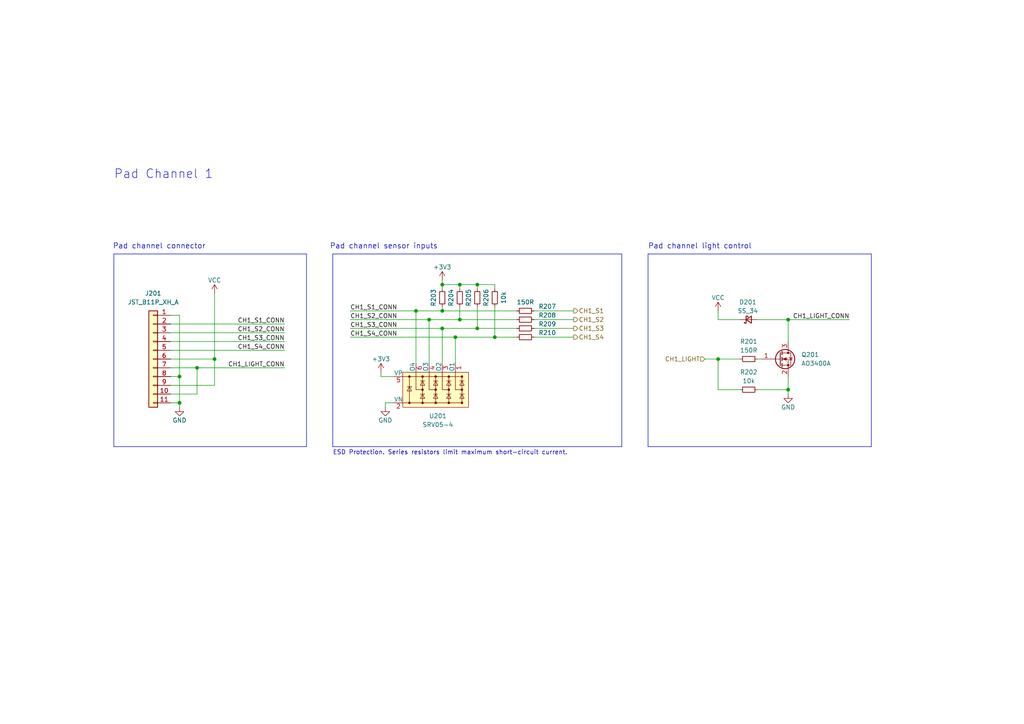
<source format=kicad_sch>
(kicad_sch (version 20221110) (generator eeschema)
  (paper "A4")
  (lib_symbols
    (symbol "Connector_Generic:Conn_01x11" (pin_names (offset 1.016) hide)
      (property "Reference" "J" (at 0 15.24 0))
      (property "Value" "Conn_01x11" (at 0 -15.24 0))
      (symbol "Conn_01x11_1_1"
        (rectangle (start -1.27 -12.573) (end 0 -12.827) (stroke (width 0.1524)))
        (rectangle (start -1.27 -10.033) (end 0 -10.287) (stroke (width 0.1524)))
        (rectangle (start -1.27 -7.493) (end 0 -7.747) (stroke (width 0.1524)))
        (rectangle (start -1.27 -4.953) (end 0 -5.207) (stroke (width 0.1524)))
        (rectangle (start -1.27 -2.413) (end 0 -2.667) (stroke (width 0.1524)))
        (rectangle (start -1.27 0.127) (end 0 -0.127) (stroke (width 0.1524)))
        (rectangle (start -1.27 2.667) (end 0 2.413) (stroke (width 0.1524)))
        (rectangle (start -1.27 5.207) (end 0 4.953) (stroke (width 0.1524)))
        (rectangle (start -1.27 7.747) (end 0 7.493) (stroke (width 0.1524)))
        (rectangle (start -1.27 10.287) (end 0 10.033) (stroke (width 0.1524)))
        (rectangle (start -1.27 12.827) (end 0 12.573) (stroke (width 0.1524)))
        (rectangle (start -1.27 13.97) (end 1.27 -13.97) (stroke (width 0.254)) (fill (type background)))
        (pin passive line (at -5.08 12.7 0) (length 3.81) (name "Pin_1") (number "1"))
        (pin passive line (at -5.08 -10.16 0) (length 3.81) (name "Pin_10") (number "10"))
        (pin passive line (at -5.08 -12.7 0) (length 3.81) (name "Pin_11") (number "11"))
        (pin passive line (at -5.08 10.16 0) (length 3.81) (name "Pin_2") (number "2"))
        (pin passive line (at -5.08 7.62 0) (length 3.81) (name "Pin_3") (number "3"))
        (pin passive line (at -5.08 5.08 0) (length 3.81) (name "Pin_4") (number "4"))
        (pin passive line (at -5.08 2.54 0) (length 3.81) (name "Pin_5") (number "5"))
        (pin passive line (at -5.08 0 0) (length 3.81) (name "Pin_6") (number "6"))
        (pin passive line (at -5.08 -2.54 0) (length 3.81) (name "Pin_7") (number "7"))
        (pin passive line (at -5.08 -5.08 0) (length 3.81) (name "Pin_8") (number "8"))
        (pin passive line (at -5.08 -7.62 0) (length 3.81) (name "Pin_9") (number "9"))
      )
    )
    (symbol "Device:D_Schottky_Small" (pin_numbers hide) (pin_names (offset 0.254) hide)
      (property "Reference" "D" (at -1.27 2.032 0))
      (property "Value" "D_Schottky_Small" (at -7.112 -2.032 0))
      (symbol "D_Schottky_Small_0_1"
        (polyline (pts (xy -0.762 0) (xy 0.762 0)))
        (polyline (pts (xy 0.762 -1.016) (xy -0.762 0) (xy 0.762 1.016) (xy 0.762 -1.016)) (stroke (width 0.254)))
        (polyline (pts (xy -1.27 0.762) (xy -1.27 1.016) (xy -0.762 1.016) (xy -0.762 -1.016) (xy -0.254 -1.016) (xy -0.254 -0.762)) (stroke (width 0.254)))
      )
      (symbol "D_Schottky_Small_1_1"
        (pin passive line (at -2.54 0 0) (length 1.778) (name "K") (number "1"))
        (pin passive line (at 2.54 0 180) (length 1.778) (name "A") (number "2"))
      )
    )
    (symbol "Device:R_Small" (pin_numbers hide) (pin_names (offset 0.254) hide)
      (property "Reference" "R" (at 0.762 0.508 0))
      (property "Value" "R_Small" (at 0.762 -1.016 0))
      (symbol "R_Small_0_1"
        (rectangle (start -0.762 1.778) (end 0.762 -1.778) (stroke (width 0.2032)))
      )
      (symbol "R_Small_1_1"
        (pin passive line (at 0 2.54 270) (length 0.762) (name "~") (number "1"))
        (pin passive line (at 0 -2.54 90) (length 0.762) (name "~") (number "2"))
      )
    )
    (symbol "ProjectLibrary:SRV05-4" (pin_names (offset 0))
      (property "Reference" "U" (at -7.62 -6.985 0))
      (property "Value" "SRV05-4" (at 0 -6.985 0))
      (symbol "SRV05-4_0_0"
        (polyline (pts (xy -6.985 -3.81) (xy -6.985 3.81)))
        (polyline (pts (xy -3.175 -3.81) (xy -3.175 3.81)))
        (polyline (pts (xy 0.635 -3.81) (xy 0.635 3.81)))
        (polyline (pts (xy 4.445 -3.81) (xy 4.445 3.81)))
      )
      (symbol "SRV05-4_0_1"
        (rectangle (start -8.89 5.08) (end 10.16 -5.08) (fill (type background)))
        (circle (center -6.985 -3.81) (radius 0.2794) (fill (type outline)))
        (circle (center -6.985 0) (radius 0.2794) (fill (type outline)))
        (circle (center -6.985 3.81) (radius 0.2794) (fill (type outline)))
        (circle (center -3.175 -3.81) (radius 0.2794) (fill (type outline)))
        (circle (center -3.175 0) (radius 0.2794) (fill (type outline)))
        (circle (center -3.175 3.81) (radius 0.2794) (fill (type outline)))
        (polyline (pts (xy -6.35 -1.27) (xy -7.62 -1.27)))
        (polyline (pts (xy -6.35 2.54) (xy -7.62 2.54)))
        (polyline (pts (xy -2.54 -1.27) (xy -3.81 -1.27)))
        (polyline (pts (xy -2.54 2.54) (xy -3.81 2.54)))
        (polyline (pts (xy 1.27 -1.27) (xy 0 -1.27)))
        (polyline (pts (xy 1.27 2.54) (xy 0 2.54)))
        (polyline (pts (xy 5.08 -1.27) (xy 3.81 -1.27)))
        (polyline (pts (xy 5.08 2.54) (xy 3.81 2.54)))
        (polyline (pts (xy 8.255 3.81) (xy 8.255 -3.81)))
        (polyline (pts (xy 10.16 -3.81) (xy -6.985 -3.81)))
        (polyline (pts (xy 10.16 3.81) (xy -6.985 3.81)))
        (polyline (pts (xy -6.985 0) (xy -5.08 0) (xy -5.08 5.08)))
        (polyline (pts (xy -3.175 0) (xy -1.27 0) (xy -1.27 5.08)))
        (polyline (pts (xy 0.635 0) (xy 2.54 0) (xy 2.54 5.08)))
        (polyline (pts (xy 4.445 0) (xy 6.35 0) (xy 6.35 5.08)))
        (polyline (pts (xy 8.89 0.889) (xy 7.62 0.889) (xy 7.62 0.635)))
        (polyline (pts (xy -6.35 -2.54) (xy -7.62 -2.54) (xy -6.985 -1.27) (xy -6.35 -2.54)))
        (polyline (pts (xy -6.35 1.27) (xy -7.62 1.27) (xy -6.985 2.54) (xy -6.35 1.27)))
        (polyline (pts (xy -2.54 -2.54) (xy -3.81 -2.54) (xy -3.175 -1.27) (xy -2.54 -2.54)))
        (polyline (pts (xy -2.54 1.27) (xy -3.81 1.27) (xy -3.175 2.54) (xy -2.54 1.27)))
        (polyline (pts (xy 1.27 -2.54) (xy 0 -2.54) (xy 0.635 -1.27) (xy 1.27 -2.54)))
        (polyline (pts (xy 1.27 1.27) (xy 0 1.27) (xy 0.635 2.54) (xy 1.27 1.27)))
        (polyline (pts (xy 5.08 -2.54) (xy 3.81 -2.54) (xy 4.445 -1.27) (xy 5.08 -2.54)))
        (polyline (pts (xy 5.08 1.27) (xy 3.81 1.27) (xy 4.445 2.54) (xy 5.08 1.27)))
        (polyline (pts (xy 8.89 -0.381) (xy 7.62 -0.381) (xy 8.255 0.889) (xy 8.89 -0.381)))
        (circle (center 0.635 -3.81) (radius 0.2794) (fill (type outline)))
        (circle (center 0.635 0) (radius 0.2794) (fill (type outline)))
        (circle (center 0.635 3.81) (radius 0.2794) (fill (type outline)))
        (circle (center 4.445 -3.81) (radius 0.2794) (fill (type outline)))
        (circle (center 4.445 0) (radius 0.2794) (fill (type outline)))
        (circle (center 4.445 3.81) (radius 0.2794) (fill (type outline)))
        (circle (center 8.255 -3.81) (radius 0.2794) (fill (type outline)))
        (circle (center 8.255 3.81) (radius 0.2794) (fill (type outline)))
      )
      (symbol "SRV05-4_1_1"
        (pin passive line (at -5.08 7.62 270) (length 2.54) (name "IO1") (number "1"))
        (pin passive line (at 12.7 -3.81 180) (length 2.54) (name "VN") (number "2"))
        (pin passive line (at -1.27 7.62 270) (length 2.54) (name "IO2") (number "3"))
        (pin passive line (at 2.54 7.62 270) (length 2.54) (name "IO3") (number "4"))
        (pin passive line (at 12.7 3.81 180) (length 2.54) (name "VP") (number "5"))
        (pin passive line (at 6.35 7.62 270) (length 2.54) (name "IO4") (number "6"))
      )
    )
    (symbol "Transistor_FET:AO3400A" (pin_names hide)
      (property "Reference" "Q" (at 5.08 1.905 0))
      (property "Value" "AO3400A" (at 5.08 0 0))
      (symbol "AO3400A_0_1"
        (polyline (pts (xy 0.254 0) (xy -2.54 0)))
        (polyline (pts (xy 0.254 1.905) (xy 0.254 -1.905)) (stroke (width 0.254)))
        (polyline (pts (xy 0.762 -1.27) (xy 0.762 -2.286)) (stroke (width 0.254)))
        (polyline (pts (xy 0.762 0.508) (xy 0.762 -0.508)) (stroke (width 0.254)))
        (polyline (pts (xy 0.762 2.286) (xy 0.762 1.27)) (stroke (width 0.254)))
        (polyline (pts (xy 2.54 2.54) (xy 2.54 1.778)))
        (polyline (pts (xy 2.54 -2.54) (xy 2.54 0) (xy 0.762 0)))
        (polyline (pts (xy 0.762 -1.778) (xy 3.302 -1.778) (xy 3.302 1.778) (xy 0.762 1.778)))
        (polyline (pts (xy 1.016 0) (xy 2.032 0.381) (xy 2.032 -0.381) (xy 1.016 0)) (fill (type outline)))
        (polyline (pts (xy 2.794 0.508) (xy 2.921 0.381) (xy 3.683 0.381) (xy 3.81 0.254)))
        (polyline (pts (xy 3.302 0.381) (xy 2.921 -0.254) (xy 3.683 -0.254) (xy 3.302 0.381)))
        (circle (center 1.651 0) (radius 2.794) (stroke (width 0.254)))
        (circle (center 2.54 -1.778) (radius 0.254) (fill (type outline)))
        (circle (center 2.54 1.778) (radius 0.254) (fill (type outline)))
      )
      (symbol "AO3400A_1_1"
        (pin input line (at -5.08 0 0) (length 2.54) (name "G") (number "1"))
        (pin passive line (at 2.54 -5.08 90) (length 2.54) (name "S") (number "2"))
        (pin passive line (at 2.54 5.08 270) (length 2.54) (name "D") (number "3"))
      )
    )
    (symbol "power:+3V3" (power) (pin_names (offset 0))
      (property "Value" "+3V3" (at 0 3.556 0))
      (symbol "+3V3_0_1"
        (polyline (pts (xy -0.762 1.27) (xy 0 2.54)))
        (polyline (pts (xy 0 0) (xy 0 2.54)))
        (polyline (pts (xy 0 2.54) (xy 0.762 1.27)))
      )
      (symbol "+3V3_1_1"
        (pin power_in line (at 0 0 90) (length 0) hide (name "+3V3") (number "1"))
      )
    )
    (symbol "power:GND" (power) (pin_names (offset 0))
      (property "Value" "GND" (at 0 -3.81 0))
      (symbol "GND_0_1"
        (polyline (pts (xy 0 0) (xy 0 -1.27) (xy 1.27 -1.27) (xy 0 -2.54) (xy -1.27 -1.27) (xy 0 -1.27)))
      )
      (symbol "GND_1_1"
        (pin power_in line (at 0 0 270) (length 0) hide (name "GND") (number "1"))
      )
    )
    (symbol "power:VCC" (power) (pin_names (offset 0))
      (property "Value" "VCC" (at 0 3.81 0))
      (symbol "VCC_0_1"
        (polyline (pts (xy -0.762 1.27) (xy 0 2.54)))
        (polyline (pts (xy 0 0) (xy 0 2.54)))
        (polyline (pts (xy 0 2.54) (xy 0.762 1.27)))
      )
      (symbol "VCC_1_1"
        (pin power_in line (at 0 0 90) (length 0) hide (name "VCC") (number "1"))
      )
    )
  )
  (junction (at 120.65 90.17))
  (junction (at 128.27 90.17))
  (junction (at 138.43 82.55))
  (junction (at 133.35 82.55))
  (junction (at 132.08 97.79))
  (junction (at 128.27 95.25))
  (junction (at 128.27 82.55))
  (junction (at 138.43 95.25))
  (junction (at 208.28 104.14))
  (junction (at 52.07 109.22))
  (junction (at 124.46 92.71))
  (junction (at 228.6 92.71))
  (junction (at 62.23 104.14))
  (junction (at 133.35 92.71))
  (junction (at 228.6 113.03))
  (junction (at 52.07 116.84))
  (junction (at 143.51 97.79))
  (junction (at 57.15 106.68))
  (wire (pts (xy 52.07 116.84) (xy 52.07 109.22)))
  (polyline (pts (xy 33.02 129.54) (xy 88.9 129.54)))
  (polyline (pts (xy 96.52 129.54) (xy 96.52 73.66)))
  (wire (pts (xy 133.35 82.55) (xy 133.35 83.82)))
  (wire (pts (xy 219.71 92.71) (xy 228.6 92.71)))
  (wire (pts (xy 62.23 104.14) (xy 49.53 104.14)))
  (wire (pts (xy 49.53 114.3) (xy 57.15 114.3)))
  (wire (pts (xy 208.28 92.71) (xy 208.28 90.17)))
  (wire (pts (xy 214.63 92.71) (xy 208.28 92.71)))
  (wire (pts (xy 132.08 97.79) (xy 132.08 105.41)))
  (wire (pts (xy 52.07 109.22) (xy 52.07 91.44)))
  (wire (pts (xy 208.28 104.14) (xy 214.63 104.14)))
  (wire (pts (xy 166.37 92.71) (xy 154.94 92.71)))
  (wire (pts (xy 228.6 113.03) (xy 228.6 109.22)))
  (wire (pts (xy 138.43 82.55) (xy 138.43 83.82)))
  (wire (pts (xy 128.27 82.55) (xy 128.27 83.82)))
  (polyline (pts (xy 180.34 129.54) (xy 96.52 129.54)))
  (wire (pts (xy 128.27 95.25) (xy 128.27 105.41)))
  (wire (pts (xy 133.35 92.71) (xy 124.46 92.71)))
  (wire (pts (xy 52.07 116.84) (xy 52.07 118.11)))
  (wire (pts (xy 149.86 92.71) (xy 133.35 92.71)))
  (wire (pts (xy 120.65 90.17) (xy 120.65 105.41)))
  (wire (pts (xy 128.27 81.28) (xy 128.27 82.55)))
  (wire (pts (xy 49.53 109.22) (xy 52.07 109.22)))
  (wire (pts (xy 228.6 92.71) (xy 228.6 99.06)))
  (wire (pts (xy 82.55 96.52) (xy 49.53 96.52)))
  (wire (pts (xy 110.49 109.22) (xy 110.49 107.95)))
  (wire (pts (xy 204.47 104.14) (xy 208.28 104.14)))
  (polyline (pts (xy 252.73 129.54) (xy 187.96 129.54)))
  (wire (pts (xy 101.6 97.79) (xy 132.08 97.79)))
  (polyline (pts (xy 187.96 73.66) (xy 187.96 129.54)))
  (wire (pts (xy 166.37 97.79) (xy 154.94 97.79)))
  (wire (pts (xy 143.51 97.79) (xy 132.08 97.79)))
  (wire (pts (xy 143.51 82.55) (xy 143.51 83.82)))
  (wire (pts (xy 62.23 104.14) (xy 62.23 85.09)))
  (wire (pts (xy 82.55 99.06) (xy 49.53 99.06)))
  (wire (pts (xy 49.53 111.76) (xy 62.23 111.76)))
  (wire (pts (xy 52.07 91.44) (xy 49.53 91.44)))
  (wire (pts (xy 166.37 95.25) (xy 154.94 95.25)))
  (wire (pts (xy 82.55 93.98) (xy 49.53 93.98)))
  (wire (pts (xy 208.28 113.03) (xy 208.28 104.14)))
  (wire (pts (xy 149.86 95.25) (xy 138.43 95.25)))
  (wire (pts (xy 124.46 92.71) (xy 124.46 105.41)))
  (wire (pts (xy 214.63 113.03) (xy 208.28 113.03)))
  (polyline (pts (xy 96.52 73.66) (xy 100.33 73.66)))
  (wire (pts (xy 128.27 90.17) (xy 120.65 90.17)))
  (wire (pts (xy 133.35 82.55) (xy 138.43 82.55)))
  (wire (pts (xy 49.53 116.84) (xy 52.07 116.84)))
  (wire (pts (xy 101.6 95.25) (xy 128.27 95.25)))
  (wire (pts (xy 114.3 116.84) (xy 111.76 116.84)))
  (polyline (pts (xy 33.02 73.66) (xy 33.02 129.54)))
  (wire (pts (xy 57.15 106.68) (xy 49.53 106.68)))
  (polyline (pts (xy 100.33 73.66) (xy 180.34 73.66)))
  (wire (pts (xy 219.71 113.03) (xy 228.6 113.03)))
  (wire (pts (xy 128.27 82.55) (xy 133.35 82.55)))
  (wire (pts (xy 149.86 97.79) (xy 143.51 97.79)))
  (wire (pts (xy 219.71 104.14) (xy 220.98 104.14)))
  (wire (pts (xy 166.37 90.17) (xy 154.94 90.17)))
  (polyline (pts (xy 88.9 129.54) (xy 88.9 73.66)))
  (wire (pts (xy 143.51 97.79) (xy 143.51 88.9)))
  (polyline (pts (xy 252.73 73.66) (xy 252.73 129.54)))
  (wire (pts (xy 138.43 88.9) (xy 138.43 95.25)))
  (wire (pts (xy 246.38 92.71) (xy 228.6 92.71)))
  (polyline (pts (xy 187.96 73.66) (xy 252.73 73.66)))
  (wire (pts (xy 228.6 113.03) (xy 228.6 114.3)))
  (wire (pts (xy 133.35 88.9) (xy 133.35 92.71)))
  (wire (pts (xy 101.6 92.71) (xy 124.46 92.71)))
  (wire (pts (xy 57.15 106.68) (xy 57.15 114.3)))
  (polyline (pts (xy 180.34 73.66) (xy 180.34 129.54)))
  (wire (pts (xy 114.3 109.22) (xy 110.49 109.22)))
  (wire (pts (xy 128.27 88.9) (xy 128.27 90.17)))
  (polyline (pts (xy 33.02 73.66) (xy 88.9 73.66)))
  (wire (pts (xy 82.55 106.68) (xy 57.15 106.68)))
  (wire (pts (xy 111.76 116.84) (xy 111.76 118.11)))
  (wire (pts (xy 138.43 95.25) (xy 128.27 95.25)))
  (wire (pts (xy 149.86 90.17) (xy 128.27 90.17)))
  (wire (pts (xy 101.6 90.17) (xy 120.65 90.17)))
  (wire (pts (xy 62.23 111.76) (xy 62.23 104.14)))
  (wire (pts (xy 138.43 82.55) (xy 143.51 82.55)))
  (wire (pts (xy 82.55 101.6) (xy 49.53 101.6)))
  (text "Pad channel connector" (at 59.69 72.39 0) (effects (font (size 1.524 1.524)) (justify right bottom)))
  (text "ESD Protection. Series resistors limit maximum short-circuit current.\n" (at 96.52 132.08 0) (effects (font (size 1.27 1.27)) (justify left bottom)))
  (text "Pad channel sensor inputs" (at 127 72.39 0) (effects (font (size 1.524 1.524)) (justify right bottom)))
  (text "Pad Channel 1" (at 33.02 52.07 0) (effects (font (size 2.54 2.54)) (justify left bottom)))
  (text "Pad channel light control" (at 187.96 72.39 0) (effects (font (size 1.524 1.524)) (justify left bottom)))
  (label "CH1_S1_CONN" (at 101.6 90.17 0))
  (label "CH1_S3_CONN" (at 101.6 95.25 0))
  (label "CH1_S2_CONN" (at 101.6 92.71 0))
  (label "CH1_S4_CONN" (at 82.55 101.6 180))
  (label "CH1_S4_CONN" (at 101.6 97.79 0))
  (label "CH1_S1_CONN" (at 82.55 93.98 180))
  (label "CH1_S3_CONN" (at 82.55 99.06 180))
  (label "CH1_LIGHT_CONN" (at 246.38 92.71 180))
  (label "CH1_S2_CONN" (at 82.55 96.52 180))
  (label "CH1_LIGHT_CONN" (at 82.55 106.68 180))
  (hierarchical_label "CH1_S2" (shape output) (at 166.37 92.71 0))
  (hierarchical_label "CH1_LIGHT" (shape input) (at 204.47 104.14 180))
  (hierarchical_label "CH1_S3" (shape output) (at 166.37 95.25 0))
  (hierarchical_label "CH1_S1" (shape output) (at 166.37 90.17 0))
  (hierarchical_label "CH1_S4" (shape output) (at 166.37 97.79 0))
  (symbol (lib_id "power:VCC") (at 62.23 85.09 0) (unit 1)
    (property "Reference" "#PWR?" (effects hide))
    (property "Value" "VCC" (at 62.23 81.28 0))
  )
  (symbol (lib_id "Device:R_Small") (at 217.17 113.03 270) (unit 1)
    (property "Reference" "R202" (at 217.17 107.95 90))
    (property "Value" "10k" (at 217.17 110.49 90))
  )
  (symbol (lib_id "ProjectLibrary:SRV05-4") (at 127 113.03 0) (mirror y) (unit 1)
    (property "Reference" "U201" (at 127 120.65 0))
    (property "Value" "SRV05-4" (at 127 123.19 0))
    (property "Footprint" "Package_TO_SOT_SMD:SOT-23-6" (effects hide))
    (property "Datasheet" "http://www.onsemi.com/pub/Collateral/SRV05-4-D.PDF" (effects hide))
  )
  (symbol (lib_id "Device:R_Small") (at 133.35 86.36 0) (unit 1)
    (property "Reference" "R204" (at 130.81 86.36 90))
    (property "Value" "10k" (effects hide))
  )
  (symbol (lib_id "Connector_Generic:Conn_01x11") (at 44.45 104.14 0) (mirror y) (unit 1)
    (property "Reference" "J201" (at 44.45 85.09 0))
    (property "Value" "JST_B11P_XH_A" (at 44.45 87.63 0))
  )
  (symbol (lib_id "Device:R_Small") (at 128.27 86.36 0) (unit 1)
    (property "Reference" "R203" (at 125.73 86.36 90))
    (property "Value" "10k" (at 146.05 86.36 90))
  )
  (symbol (lib_id "power:GND") (at 52.07 118.11 0) (unit 1)
    (property "Reference" "#PWR?" (effects hide))
    (property "Value" "GND" (at 52.07 121.92 0))
  )
  (symbol (lib_id "power:+3V3") (at 110.49 107.95 0) (mirror y) (unit 1)
    (property "Reference" "#PWR?" (effects hide))
    (property "Value" "+3V3" (at 110.49 104.14 0))
  )
  (symbol (lib_id "Transistor_FET:AO3400A") (at 226.06 104.14 0) (unit 1)
    (property "Reference" "Q201" (at 232.41 102.87 0) (effects (justify left)))
    (property "Value" "AO3400A" (at 232.41 105.41 0) (effects (justify left)))
    (property "Footprint" "Package_TO_SOT_SMD:SOT-23" (effects hide))
    (property "Datasheet" "http://www.aosmd.com/pdfs/datasheet/AO3400A.pdf" (effects hide))
  )
  (symbol (lib_id "Device:R_Small") (at 152.4 90.17 270) (unit 1)
    (property "Reference" "R207" (at 158.75 88.9 90))
    (property "Value" "150R" (at 152.4 87.63 90))
  )
  (symbol (lib_id "power:+3V3") (at 128.27 81.28 0) (unit 1)
    (property "Reference" "#PWR?" (effects hide))
    (property "Value" "+3V3" (at 128.27 77.47 0))
  )
  (symbol (lib_id "Device:R_Small") (at 138.43 86.36 0) (unit 1)
    (property "Reference" "R205" (at 135.89 86.36 90))
    (property "Value" "10k" (effects hide))
  )
  (symbol (lib_id "power:VCC") (at 208.28 90.17 0) (mirror y) (unit 1)
    (property "Reference" "#PWR?" (effects hide))
    (property "Value" "VCC" (at 208.28 86.36 0))
  )
  (symbol (lib_id "Device:R_Small") (at 217.17 104.14 270) (unit 1)
    (property "Reference" "R201" (at 217.17 99.06 90))
    (property "Value" "150R" (at 217.17 101.6 90))
  )
  (symbol (lib_id "Device:R_Small") (at 152.4 92.71 270) (unit 1)
    (property "Reference" "R208" (at 158.75 91.44 90))
    (property "Value" "150R" (effects hide))
  )
  (symbol (lib_id "Device:R_Small") (at 152.4 97.79 270) (unit 1)
    (property "Reference" "R210" (at 158.75 96.52 90))
    (property "Value" "150R" (effects hide))
  )
  (symbol (lib_id "Device:R_Small") (at 152.4 95.25 270) (unit 1)
    (property "Reference" "R209" (at 158.75 93.98 90))
    (property "Value" "150R" (effects hide))
  )
  (symbol (lib_id "Device:D_Schottky_Small") (at 217.17 92.71 0) (mirror x) (unit 1)
    (property "Reference" "D201" (at 216.916 87.63 0))
    (property "Value" "SS_34" (at 216.916 90.17 0))
  )
  (symbol (lib_id "power:GND") (at 228.6 114.3 0) (unit 1)
    (property "Reference" "#PWR?" (effects hide))
    (property "Value" "GND" (at 228.6 118.11 0))
  )
  (symbol (lib_id "power:GND") (at 111.76 118.11 0) (mirror y) (unit 1)
    (property "Reference" "#PWR?" (effects hide))
    (property "Value" "GND" (at 111.76 121.92 0))
  )
  (symbol (lib_id "Device:R_Small") (at 143.51 86.36 0) (unit 1)
    (property "Reference" "R206" (at 140.97 86.36 90))
    (property "Value" "10k" (effects hide))
  )
)
</source>
